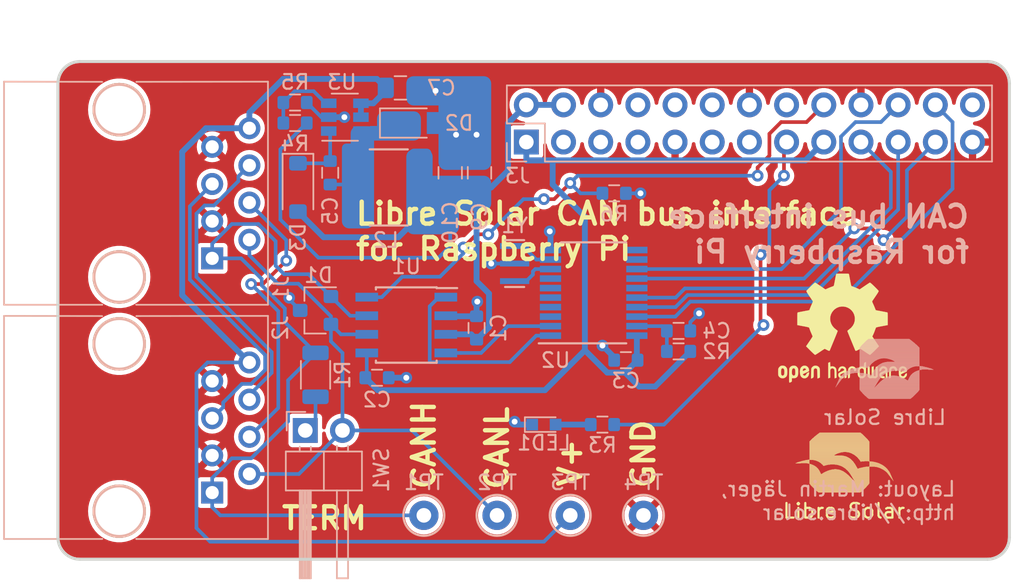
<source format=kicad_pcb>
(kicad_pcb (version 20221018) (generator pcbnew)
  (layers (0 "F.Cu" signal) (31 "B.Cu" signal) (34 "B.Paste" user) (35 "F.Paste" user) (36 "B.SilkS" user "B.Silkscreen") (37 "F.SilkS" user "F.Silkscreen") (38 "B.Mask" user) (39 "F.Mask" user) (44 "Edge.Cuts" user))
  (net 0 "")
  (net 1 "/CAN_H")
  (net 2 "/CAN_L")
  (net 3 "/CAN_V+")
  (net 4 "/CAN_SHLD")
  (net 5 "/RJ45_5")
  (net 6 "/RJ45_4")
  (net 7 "Net-(R1-Pad1)")
  (net 8 "Net-(J3-Pad3)")
  (net 9 "Net-(J3-Pad5)")
  (net 10 "Net-(J3-Pad7)")
  (net 11 "Net-(J3-Pad8)")
  (net 12 "Net-(J3-Pad26)")
  (net 13 "Net-(J3-Pad16)")
  (net 14 "Net-(J3-Pad13)")
  (net 15 "Net-(J3-Pad12)")
  (net 16 "Net-(J3-Pad11)")
  (net 17 "Net-(J3-Pad10)")
  (net 18 "GND")
  (net 19 "/SPI_CE0")
  (net 20 "/SPI_SCLK")
  (net 21 "/CAN_INT")
  (net 22 "/SPI_MISO")
  (net 23 "/SPI_MOSI")
  (net 24 "+3V3")
  (net 25 "/LED1")
  (net 26 "+5V")
  (net 27 "Net-(C5-Pad1)")
  (net 28 "Net-(R4-Pad2)")
  (net 29 "Net-(C5-Pad2)")
  (net 30 "/OSC1")
  (net 31 "/OSC2")
  (net 32 "Net-(LED1-Pad2)")
  (net 33 "Net-(C4-Pad1)")
  (net 34 "/RXCAN")
  (net 35 "/TXCAN")
  (net 36 "Net-(U2-Pad15)")
  (net 37 "/TX0BF")
  (net 38 "/RX1BF")
  (net 39 "/TX2RTS")
  (net 40 "Net-(U2-Pad6)")
  (net 41 "/TX1RTS")
  (net 42 "/TX0RTS")
  (net 43 "Net-(U2-Pad3)")
  (net 44 "/CAN_STB")
  (footprint "LibreSolar:LIBRESOLAR_LOGO" (layer "F.Cu") (at 181.4 94.4)
    (fp_text reference "N1" hide)
    (fp_text value "LIBRESOLAR_LOGO" hide)
    (fp_text user "Libre Solar" (at 2.3 1.3) (layer "F.SilkS"))
  )
  (footprint "Symbols:OSHW-Logo2_9.8x8mm_SilkScreen" (layer "F.Cu") (at 183.6 83.2)
    (fp_text reference "LOGO1" hide)
    (fp_text value "Logo_Open_Hardware" hide)
  )
  (footprint "LibreSolar:RJ45_8P8C" (layer "B.Cu") (at 138 90 90)
    (fp_text reference "J2" (at 6.8 7.2 270) (layer "B.SilkS") (effects (justify mirror)))
    (fp_text value "RJ45")
    (pad "" np_thru_hole circle (at -5.715 -3.81 90) (size 3.65 3.65) (drill 3.25) (layers "*.Cu" "*.SilkS" "*.Mask"))
    (pad "" np_thru_hole circle (at 5.715 -3.81 90) (size 3.65 3.65) (drill 3.25) (layers "*.Cu" "*.SilkS" "*.Mask"))
    (pad "1" thru_hole rect (at -4.445 2.54 90) (size 1.5 1.5) (drill 0.9) (layers "*.Cu" "*.Mask") (net 1 "/CAN_H"))
    (pad "2" thru_hole circle (at -3.175 5.08 90) (size 1.5 1.5) (drill 0.9) (layers "*.Cu" "*.Mask") (net 2 "/CAN_L"))
    (pad "3" thru_hole circle (at -1.905 2.54 90) (size 1.5 1.5) (drill 0.9) (layers "*.Cu" "*.Mask") (net 18 "GND"))
    (pad "4" thru_hole circle (at -0.635 5.08 90) (size 1.5 1.5) (drill 0.9) (layers "*.Cu" "*.Mask") (net 6 "/RJ45_4"))
    (pad "5" thru_hole circle (at 0.635 2.54 90) (size 1.5 1.5) (drill 0.9) (layers "*.Cu" "*.Mask") (net 5 "/RJ45_5"))
    (pad "6" thru_hole circle (at 1.905 5.08 90) (size 1.5 1.5) (drill 0.9) (layers "*.Cu" "*.Mask") (net 4 "/CAN_SHLD"))
    (pad "7" thru_hole circle (at 3.175 2.54 90) (size 1.5 1.5) (drill 0.9) (layers "*.Cu" "*.Mask") (net 18 "GND"))
    (pad "8" thru_hole circle (at 4.445 5.08 90) (size 1.5 1.5) (drill 0.9) (layers "*.Cu" "*.Mask") (net 3 "/CAN_V+"))
  )
  (footprint "LibreSolar:SOT-23-6" (layer "B.Cu") (at 149.6 68.8)
    (fp_text reference "U3" (at -0.2 -2.4) (layer "B.SilkS") (effects (justify mirror)))
    (fp_text value "MCP16301")
    (pad "1" smd rect (at -1.1 0.95) (size 1.06 0.65) (layers "B.Cu" "B.Paste" "B.Mask") (net 27 "Net-(C5-Pad1)"))
    (pad "2" smd rect (at -1.1 0) (size 1.06 0.65) (layers "B.Cu" "B.Paste" "B.Mask") (net 18 "GND"))
    (pad "3" smd rect (at -1.1 -0.95) (size 1.06 0.65) (layers "B.Cu" "B.Paste" "B.Mask") (net 28 "Net-(R4-Pad2)"))
    (pad "4" smd rect (at 1.1 -0.95) (size 1.06 0.65) (layers "B.Cu" "B.Paste" "B.Mask") (net 3 "/CAN_V+"))
    (pad "5" smd rect (at 1.1 0) (size 1.06 0.65) (layers "B.Cu" "B.Paste" "B.Mask") (net 3 "/CAN_V+"))
    (pad "6" smd rect (at 1.1 0.95) (size 1.06 0.65) (layers "B.Cu" "B.Paste" "B.Mask") (net 29 "Net-(C5-Pad2)"))
  )
  (footprint "LibreSolar:SOT-23" (layer "B.Cu") (at 147.6 82 180)
    (fp_text reference "D1" (at -0.2 2.4) (layer "B.SilkS") (effects (justify mirror)))
    (fp_text value "NUP2105L")
    (pad "1" smd roundrect (at -1.05 0.95 180) (size 1 0.9) (layers "B.Cu" "B.Paste" "B.Mask") (roundrect_rratio 0.2) (net 1 "/CAN_H"))
    (pad "2" smd roundrect (at -1.05 -0.95 180) (size 1 0.9) (layers "B.Cu" "B.Paste" "B.Mask") (roundrect_rratio 0.2) (net 2 "/CAN_L"))
    (pad "3" smd roundrect (at 1.05 0 180) (size 1 0.9) (layers "B.Cu" "B.Paste" "B.Mask") (roundrect_rratio 0.2) (net 18 "GND"))
  )
  (footprint "LibreSolar:R_0603_1608" (layer "B.Cu") (at 167.2 89.8)
    (fp_text reference "R3" (at 0 1.4) (layer "B.SilkS") (effects (justify mirror)))
    (fp_text value "470")
    (pad "1" smd roundrect (at -0.8 0) (size 0.8 0.9) (layers "B.Cu" "B.Paste" "B.Mask") (roundrect_rratio 0.2) (net 32 "Net-(LED1-Pad2)"))
    (pad "2" smd roundrect (at 0.8 0) (size 0.8 0.9) (layers "B.Cu" "B.Paste" "B.Mask") (roundrect_rratio 0.2) (net 25 "/LED1"))
  )
  (footprint "LibreSolar:C_0805_2012" (layer "B.Cu") (at 156.8 72.6 90)
    (fp_text reference "C10" (at -3.4 0 270) (layer "B.SilkS") (effects (justify mirror)))
    (fp_text value "10u")
    (pad "1" smd roundrect (at -1 0 90) (size 1.1 1.4) (layers "B.Cu" "B.Paste" "B.Mask") (roundrect_rratio 0.2) (net 26 "+5V"))
    (pad "2" smd roundrect (at 1 0 90) (size 1.1 1.4) (layers "B.Cu" "B.Paste" "B.Mask") (roundrect_rratio 0.2) (net 18 "GND"))
  )
  (footprint "LibreSolar:C_0805_2012" (layer "B.Cu") (at 158.8 72.6 90)
    (fp_text reference "C9" (at -3 0 270) (layer "B.SilkS") (effects (justify mirror)))
    (fp_text value "10u")
    (pad "1" smd roundrect (at -1 0 90) (size 1.1 1.4) (layers "B.Cu" "B.Paste" "B.Mask") (roundrect_rratio 0.2) (net 26 "+5V"))
    (pad "2" smd roundrect (at 1 0 90) (size 1.1 1.4) (layers "B.Cu" "B.Paste" "B.Mask") (roundrect_rratio 0.2) (net 18 "GND"))
  )
  (footprint "LibreSolar:C_0603_1608" (layer "B.Cu") (at 148.6 72.6 -90)
    (fp_text reference "C5" (at 2.6 0 270) (layer "B.SilkS") (effects (justify mirror)))
    (fp_text value "100n")
    (pad "1" smd roundrect (at -0.8 0 270) (size 0.8 0.9) (layers "B.Cu" "B.Paste" "B.Mask") (roundrect_rratio 0.2) (net 27 "Net-(C5-Pad1)"))
    (pad "2" smd roundrect (at 0.8 0 270) (size 0.8 0.9) (layers "B.Cu" "B.Paste" "B.Mask") (roundrect_rratio 0.2) (net 29 "Net-(C5-Pad2)"))
  )
  (footprint "LibreSolar:C_0603_1608" (layer "B.Cu") (at 151.8 86.6)
    (fp_text reference "C2" (at 0 1.5) (layer "B.SilkS") (effects (justify mirror)))
    (fp_text value "100n")
    (pad "1" smd roundrect (at -0.8 0) (size 0.8 0.9) (layers "B.Cu" "B.Paste" "B.Mask") (roundrect_rratio 0.2) (net 24 "+3V3"))
    (pad "2" smd roundrect (at 0.8 0) (size 0.8 0.9) (layers "B.Cu" "B.Paste" "B.Mask") (roundrect_rratio 0.2) (net 18 "GND"))
  )
  (footprint "LEDs:LED_0603" (layer "B.Cu") (at 163.2 89.8)
    (fp_text reference "LED1" (at 0 1.25) (layer "B.SilkS") (effects (justify mirror)))
    (fp_text value "LED")
    (pad "1" smd rect (at -0.8 0 180) (size 0.8 0.8) (layers "B.Cu" "B.Paste" "B.Mask") (net 18 "GND"))
    (pad "2" smd rect (at 0.8 0 180) (size 0.8 0.8) (layers "B.Cu" "B.Paste" "B.Mask") (net 32 "Net-(LED1-Pad2)"))
  )
  (footprint "Housings_SOIC:SOIC-8_3.9x4.9mm_Pitch1.27mm" (layer "B.Cu") (at 153.8 83 180)
    (fp_text reference "U1" (at 0 4) (layer "B.SilkS") (effects (justify mirror)))
    (fp_text value "TJA1042T/3")
    (pad "1" smd rect (at -2.7 1.905 180) (size 1.55 0.6) (layers "B.Cu" "B.Paste" "B.Mask") (net 35 "/TXCAN"))
    (pad "2" smd rect (at -2.7 0.635 180) (size 1.55 0.6) (layers "B.Cu" "B.Paste" "B.Mask") (net 18 "GND"))
    (pad "3" smd rect (at -2.7 -0.635 180) (size 1.55 0.6) (layers "B.Cu" "B.Paste" "B.Mask") (net 26 "+5V"))
    (pad "4" smd rect (at -2.7 -1.905 180) (size 1.55 0.6) (layers "B.Cu" "B.Paste" "B.Mask") (net 34 "/RXCAN"))
    (pad "5" smd rect (at 2.7 -1.905 180) (size 1.55 0.6) (layers "B.Cu" "B.Paste" "B.Mask") (net 24 "+3V3"))
    (pad "6" smd rect (at 2.7 -0.635 180) (size 1.55 0.6) (layers "B.Cu" "B.Paste" "B.Mask") (net 2 "/CAN_L"))
    (pad "7" smd rect (at 2.7 0.635 180) (size 1.55 0.6) (layers "B.Cu" "B.Paste" "B.Mask") (net 1 "/CAN_H"))
    (pad "8" smd rect (at 2.7 1.905 180) (size 1.55 0.6) (layers "B.Cu" "B.Paste" "B.Mask") (net 44 "/CAN_STB"))
  )
  (footprint "Diodes_SMD:D_PowerDI-123" (layer "B.Cu") (at 154.2 69.2)
    (fp_text reference "D2" (at 3.2 0) (layer "B.SilkS") (effects (justify mirror)))
    (fp_text value "SS16FP")
    (pad "1" smd rect (at -0.85 0 180) (size 2.4 1.5) (layers "B.Cu" "B.Paste" "B.Mask") (net 29 "Net-(C5-Pad2)"))
    (pad "2" smd rect (at 1.525 0 180) (size 1.05 1.5) (layers "B.Cu" "B.Paste" "B.Mask") (net 18 "GND"))
  )
  (footprint "Pin_Headers:Pin_Header_Angled_1x02_Pitch2.54mm" (layer "B.Cu") (at 146.9 90.2 -90)
    (fp_text reference "SW1" (at 2.7 -5.2 270) (layer "B.SilkS") (effects (justify mirror)))
    (fp_text value "SW_SPST")
    (pad "1" thru_hole rect (at 0 0 270) (size 1.7 1.7) (drill 1) (layers "*.Cu" "*.Mask") (net 7 "Net-(R1-Pad1)"))
    (pad "2" thru_hole oval (at 0 -2.54 270) (size 1.7 1.7) (drill 1) (layers "*.Cu" "*.Mask") (net 2 "/CAN_L"))
  )
  (footprint "LibreSolar:RJ45_8P8C" (layer "B.Cu") (at 138 74 90)
    (fp_text reference "J1" (at -6.5 7.25 270) (layer "B.SilkS") (effects (justify mirror)))
    (fp_text value "RJ45")
    (pad "" np_thru_hole circle (at -5.715 -3.81 90) (size 3.65 3.65) (drill 3.25) (layers "*.Cu" "*.SilkS" "*.Mask"))
    (pad "" np_thru_hole circle (at 5.715 -3.81 90) (size 3.65 3.65) (drill 3.25) (layers "*.Cu" "*.SilkS" "*.Mask"))
    (pad "1" thru_hole rect (at -4.445 2.54 90) (size 1.5 1.5) (drill 0.9) (layers "*.Cu" "*.Mask") (net 1 "/CAN_H"))
    (pad "2" thru_hole circle (at -3.175 5.08 90) (size 1.5 1.5) (drill 0.9) (layers "*.Cu" "*.Mask") (net 2 "/CAN_L"))
    (pad "3" thru_hole circle (at -1.905 2.54 90) (size 1.5 1.5) (drill 0.9) (layers "*.Cu" "*.Mask") (net 18 "GND"))
    (pad "4" thru_hole circle (at -0.635 5.08 90) (size 1.5 1.5) (drill 0.9) (layers "*.Cu" "*.Mask") (net 6 "/RJ45_4"))
    (pad "5" thru_hole circle (at 0.635 2.54 90) (size 1.5 1.5) (drill 0.9) (layers "*.Cu" "*.Mask") (net 5 "/RJ45_5"))
    (pad "6" thru_hole circle (at 1.905 5.08 90) (size 1.5 1.5) (drill 0.9) (layers "*.Cu" "*.Mask") (net 4 "/CAN_SHLD"))
    (pad "7" thru_hole circle (at 3.175 2.54 90) (size 1.5 1.5) (drill 0.9) (layers "*.Cu" "*.Mask") (net 18 "GND"))
    (pad "8" thru_hole circle (at 4.445 5.08 90) (size 1.5 1.5) (drill 0.9) (layers "*.Cu" "*.Mask") (net 3 "/CAN_V+"))
  )
  (footprint "LibreSolar:C_0603_1608" (layer "B.Cu") (at 172.4 83.4)
    (fp_text reference "C4" (at 2.6 0) (layer "B.SilkS") (effects (justify mirror)))
    (fp_text value "100n")
    (pad "1" smd roundrect (at -0.8 0) (size 0.8 0.9) (layers "B.Cu" "B.Paste" "B.Mask") (roundrect_rratio 0.2) (net 33 "Net-(C4-Pad1)"))
    (pad "2" smd roundrect (at 0.8 0) (size 0.8 0.9) (layers "B.Cu" "B.Paste" "B.Mask") (roundrect_rratio 0.2) (net 18 "GND"))
  )
  (footprint "Housings_SSOP:TSSOP-20_4.4x6.5mm_Pitch0.65mm" (layer "B.Cu") (at 166.6 80.8)
    (fp_text reference "U2" (at -2.6 4.6) (layer "B.SilkS") (effects (justify mirror)))
    (fp_text value "MCP2515-I/ST")
    (pad "1" smd rect (at -2.95 2.925) (size 1.45 0.45) (layers "B.Cu" "B.Paste" "B.Mask") (net 35 "/TXCAN"))
    (pad "2" smd rect (at -2.95 2.275) (size 1.45 0.45) (layers "B.Cu" "B.Paste" "B.Mask") (net 34 "/RXCAN"))
    (pad "3" smd rect (at -2.95 1.625) (size 1.45 0.45) (layers "B.Cu" "B.Paste" "B.Mask") (net 43 "Net-(U2-Pad3)"))
    (pad "4" smd rect (at -2.95 0.975) (size 1.45 0.45) (layers "B.Cu" "B.Paste" "B.Mask") (net 42 "/TX0RTS"))
    (pad "5" smd rect (at -2.95 0.325) (size 1.45 0.45) (layers "B.Cu" "B.Paste" "B.Mask") (net 41 "/TX1RTS"))
    (pad "6" smd rect (at -2.95 -0.325) (size 1.45 0.45) (layers "B.Cu" "B.Paste" "B.Mask") (net 40 "Net-(U2-Pad6)"))
    (pad "7" smd rect (at -2.95 -0.975) (size 1.45 0.45) (layers "B.Cu" "B.Paste" "B.Mask") (net 39 "/TX2RTS"))
    (pad "8" smd rect (at -2.95 -1.625) (size 1.45 0.45) (layers "B.Cu" "B.Paste" "B.Mask") (net 31 "/OSC2"))
    (pad "9" smd rect (at -2.95 -2.275) (size 1.45 0.45) (layers "B.Cu" "B.Paste" "B.Mask") (net 30 "/OSC1"))
    (pad "10" smd rect (at -2.95 -2.925) (size 1.45 0.45) (layers "B.Cu" "B.Paste" "B.Mask") (net 18 "GND"))
    (pad "11" smd rect (at 2.95 -2.925) (size 1.45 0.45) (layers "B.Cu" "B.Paste" "B.Mask") (net 38 "/RX1BF"))
    (pad "12" smd rect (at 2.95 -2.275) (size 1.45 0.45) (layers "B.Cu" "B.Paste" "B.Mask") (net 37 "/TX0BF"))
    (pad "13" smd rect (at 2.95 -1.625) (size 1.45 0.45) (layers "B.Cu" "B.Paste" "B.Mask") (net 21 "/CAN_INT"))
    (pad "14" smd rect (at 2.95 -0.975) (size 1.45 0.45) (layers "B.Cu" "B.Paste" "B.Mask") (net 20 "/SPI_SCLK"))
    (pad "15" smd rect (at 2.95 -0.325) (size 1.45 0.45) (layers "B.Cu" "B.Paste" "B.Mask") (net 36 "Net-(U2-Pad15)"))
    (pad "16" smd rect (at 2.95 0.325) (size 1.45 0.45) (layers "B.Cu" "B.Paste" "B.Mask") (net 23 "/SPI_MOSI"))
    (pad "17" smd rect (at 2.95 0.975) (size 1.45 0.45) (layers "B.Cu" "B.Paste" "B.Mask") (net 22 "/SPI_MISO"))
    (pad "18" smd rect (at 2.95 1.625) (size 1.45 0.45) (layers "B.Cu" "B.Paste" "B.Mask") (net 19 "/SPI_CE0"))
    (pad "19" smd rect (at 2.95 2.275) (size 1.45 0.45) (layers "B.Cu" "B.Paste" "B.Mask") (net 33 "Net-(C4-Pad1)"))
    (pad "20" smd rect (at 2.95 2.925) (size 1.45 0.45) (layers "B.Cu" "B.Paste" "B.Mask") (net 24 "+3V3"))
  )
  (footprint "LibreSolar:C_0805_2012" (layer "B.Cu") (at 153.4 66.8)
    (fp_text reference "C7" (at 2.8 0) (layer "B.SilkS") (effects (justify mirror)))
    (fp_text value "10u")
    (pad "1" smd roundrect (at -1 0) (size 1.1 1.4) (layers "B.Cu" "B.Paste" "B.Mask") (roundrect_rratio 0.2) (net 3 "/CAN_V+"))
    (pad "2" smd roundrect (at 1 0) (size 1.1 1.4) (layers "B.Cu" "B.Paste" "B.Mask") (roundrect_rratio 0.2) (net 18 "GND"))
  )
  (footprint "LibreSolar:D_SOD-123" (layer "B.Cu") (at 146.4 73.6 -90)
    (fp_text reference "D3" (at 3.4 0 270) (layer "B.SilkS") (effects (justify mirror)))
    (fp_text value "1N4148W")
    (pad "1" smd roundrect (at -1.65 0 270) (size 1 1.2) (layers "B.Cu" "B.Paste" "B.Mask") (roundrect_rratio 0.2) (net 27 "Net-(C5-Pad1)"))
    (pad "2" smd roundrect (at 1.65 0 270) (size 1 1.2) (layers "B.Cu" "B.Paste" "B.Mask") (roundrect_rratio 0.2) (net 26 "+5V"))
  )
  (footprint "LibreSolar:L_WE-TPC-4818" (layer "B.Cu") (at 152.6 73.6)
    (fp_text reference "L2" (at -0.2 3.6) (layer "B.SilkS") (effects (justify mirror)))
    (fp_text value "22uH")
    (pad "1" smd roundrect (at -2.16 0) (size 1.5 5.3) (layers "B.Cu" "B.Paste" "B.Mask") (roundrect_rratio 0.2) (net 29 "Net-(C5-Pad2)"))
    (pad "2" smd roundrect (at 2.16 0) (size 1.5 5.3) (layers "B.Cu" "B.Paste" "B.Mask") (roundrect_rratio 0.2) (net 26 "+5V"))
  )
  (footprint "LibreSolar:R_1206_3216" (layer "B.Cu") (at 147.6 86.4 90)
    (fp_text reference "R1" (at 0 1.85 270) (layer "B.SilkS") (effects (justify mirror)))
    (fp_text value "120")
    (pad "1" smd roundrect (at -1.5 0 90) (size 1 1.8) (layers "B.Cu" "B.Paste" "B.Mask") (roundrect_rratio 0.2) (net 7 "Net-(R1-Pad1)"))
    (pad "2" smd roundrect (at 1.5 0 90) (size 1 1.8) (layers "B.Cu" "B.Paste" "B.Mask") (roundrect_rratio 0.2) (net 1 "/CAN_H"))
  )
  (footprint "LibreSolar:R_0603_1608" (layer "B.Cu") (at 146.2 69.2 180)
    (fp_text reference "R4" (at 0 -1.4) (layer "B.SilkS") (effects (justify mirror)))
    (fp_text value "52.3k")
    (pad "1" smd roundrect (at -0.8 0 180) (size 0.8 0.9) (layers "B.Cu" "B.Paste" "B.Mask") (roundrect_rratio 0.2) (net 26 "+5V"))
    (pad "2" smd roundrect (at 0.8 0 180) (size 0.8 0.9) (layers "B.Cu" "B.Paste" "B.Mask") (roundrect_rratio 0.2) (net 28 "Net-(R4-Pad2)"))
  )
  (footprint "LibreSolar:R_0603_1608" (layer "B.Cu") (at 146.2 67.8)
    (fp_text reference "R5" (at 0 -1.4) (layer "B.SilkS") (effects (justify mirror)))
    (fp_text value "10k")
    (pad "1" smd roundrect (at -0.8 0) (size 0.8 0.9) (layers "B.Cu" "B.Paste" "B.Mask") (roundrect_rratio 0.2) (net 28 "Net-(R4-Pad2)"))
    (pad "2" smd roundrect (at 0.8 0) (size 0.8 0.9) (layers "B.Cu" "B.Paste" "B.Mask") (roundrect_rratio 0.2) (net 18 "GND"))
  )
  (footprint "LibreSolar:C_0603_1608" (layer "B.Cu") (at 168.8 85.4 180)
    (fp_text reference "C3" (at 0 -1.4) (layer "B.SilkS") (effects (justify mirror)))
    (fp_text value "100n")
    (pad "1" smd roundrect (at -0.8 0 180) (size 0.8 0.9) (layers "B.Cu" "B.Paste" "B.Mask") (roundrect_rratio 0.2) (net 24 "+3V3"))
    (pad "2" smd roundrect (at 0.8 0 180) (size 0.8 0.9) (layers "B.Cu" "B.Paste" "B.Mask") (roundrect_rratio 0.2) (net 18 "GND"))
  )
  (footprint "LibreSolar:C_0603_1608" (layer "B.Cu") (at 158.6 83.2 90)
    (fp_text reference "C1" (at 0 1.5 90) (layer "B.SilkS") (effects (justify mirror)))
    (fp_text value "100n")
    (pad "1" smd roundrect (at -0.8 0 90) (size 0.8 0.9) (layers "B.Cu" "B.Paste" "B.Mask") (roundrect_rratio 0.2) (net 26 "+5V"))
    (pad "2" smd roundrect (at 0.8 0 90) (size 0.8 0.9) (layers "B.Cu" "B.Paste" "B.Mask") (roundrect_rratio 0.2) (net 18 "GND"))
  )
  (footprint "LibreSolar:R_0603_1608" (layer "B.Cu") (at 172.4 84.8 180)
    (fp_text reference "R2" (at -2.6 0) (layer "B.SilkS") (effects (justify mirror)))
    (fp_text value "4.7k")
    (pad "1" smd roundrect (at -0.8 0 180) (size 0.8 0.9) (layers "B.Cu" "B.Paste" "B.Mask") (roundrect_rratio 0.2) (net 24 "+3V3"))
    (pad "2" smd roundrect (at 0.8 0 180) (size 0.8 0.9) (layers "B.Cu" "B.Paste" "B.Mask") (roundrect_rratio 0.2) (net 33 "Net-(C4-Pad1)"))
  )
  (footprint "LibreSolar:Resonator_Murata_CSTCE" (layer "B.Cu") (at 161.2 78.8 -90)
    (fp_text reference "Y1" (at -2.6 0) (layer "B.SilkS") (effects (justify mirror)))
    (fp_text value "8MHz")
    (pad "1" smd rect (at -1.2 0 270) (size 0.4 2) (layers "B.Cu" "B.Paste" "B.Mask") (net 30 "/OSC1"))
    (pad "2" smd rect (at 1.2 0 270) (size 0.4 2) (layers "B.Cu" "B.Paste" "B.Mask") (net 31 "/OSC2"))
    (pad "3" smd rect (at 0 0 270) (size 0.4 2) (layers "B.Cu" "B.Paste" "B.Mask") (net 18 "GND"))
  )
  (footprint "Measurement_Points:Test_Point_Keystone_5000-5004_Miniature" (layer "B.Cu") (at 155 96)
    (fp_text reference "TP1" (at 0 -2.25) (layer "B.SilkS") (effects (justify mirror)))
    (fp_text value "CANH")
    (pad "1" thru_hole circle (at 0 0) (size 2 2) (drill 1) (layers "*.Cu" "*.Mask") (net 1 "/CAN_H"))
  )
  (footprint "Measurement_Points:Test_Point_Keystone_5000-5004_Miniature" (layer "B.Cu") (at 160 96)
    (fp_text reference "TP2" (at 0 -2.25) (layer "B.SilkS") (effects (justify mirror)))
    (fp_text value "CANL")
    (pad "1" thru_hole circle (at 0 0) (size 2 2) (drill 1) (layers "*.Cu" "*.Mask") (net 2 "/CAN_L"))
  )
  (footprint "Measurement_Points:Test_Point_Keystone_5000-5004_Miniature" (layer "B.Cu") (at 165 96)
    (fp_text reference "TP3" (at 0 -2.25) (layer "B.SilkS") (effects (justify mirror)))
    (fp_text value "V+")
    (pad "1" thru_hole circle (at 0 0) (size 2 2) (drill 1) (layers "*.Cu" "*.Mask") (net 3 "/CAN_V+"))
  )
  (footprint "Measurement_Points:Test_Point_Keystone_5000-5004_Miniature" (layer "B.Cu") (at 170 96)
    (fp_text reference "TP4" (at 0 -2.25) (layer "B.SilkS") (effects (justify mirror)))
    (fp_text value "GND")
    (pad "1" thru_hole circle (at 0 0) (size 2 2) (drill 1) (layers "*.Cu" "*.Mask") (net 18 "GND"))
  )
  (footprint "LibreSolar:R_0603_1608" (layer "B.Cu") (at 168 74)
    (fp_text reference "R6" (at 0 1.4) (layer "B.SilkS") (effects (justify mirror)))
    (fp_text value "1M")
    (pad "1" smd roundrect (at -0.8 0) (size 0.8 0.9) (layers "B.Cu" "B.Paste" "B.Mask") (roundrect_rratio 0.2) (net 44 "/CAN_STB"))
    (pad "2" smd roundrect (at 0.8 0) (size 0.8 0.9) (layers "B.Cu" "B.Paste" "B.Mask") (roundrect_rratio 0.2) (net 18 "GND"))
  )
  (footprint "Socket_Strips:Socket_Strip_Straight_2x13_Pitch2.54mm" (layer "B.Cu") (at 162 70.5 -90)
    (fp_text reference "J3" (at 2.3 0.6) (layer "B.SilkS") (effects (justify mirror)))
    (fp_text value "Raspberry_Pi_HAT_26p")
    (pad "1" thru_hole rect (at 0 0 270) (size 1.7 1.7) (drill 1) (layers "*.Cu" "*.Mask") (net 24 "+3V3"))
    (pad "2" thru_hole oval (at -2.54 0 270) (size 1.7 1.7) (drill 1) (layers "*.Cu" "*.Mask") (net 26 "+5V"))
    (pad "3" thru_hole oval (at 0 -2.54 270) (size 1.7 1.7) (drill 1) (layers "*.Cu" "*.Mask") (net 8 "Net-(J3-Pad3)"))
    (pad "4" thru_hole oval (at -2.54 -2.54 270) (size 1.7 1.7) (drill 1) (layers "*.Cu" "*.Mask") (net 26 "+5V"))
    (pad "5" thru_hole oval (at 0 -5.08 270) (size 1.7 1.7) (drill 1) (layers "*.Cu" "*.Mask") (net 9 "Net-(J3-Pad5)"))
    (pad "6" thru_hole oval (at -2.54 -5.08 270) (size 1.7 1.7) (drill 1) (layers "*.Cu" "*.Mask") (net 18 "GND"))
    (pad "7" thru_hole oval (at 0 -7.62 270) (size 1.7 1.7) (drill 1) (layers "*.Cu" "*.Mask") (net 10 "Net-(J3-Pad7)"))
    (pad "8" thru_hole oval (at -2.54 -7.62 270) (size 1.7 1.7) (drill 1) (layers "*.Cu" "*.Mask") (net 11 "Net-(J3-Pad8)"))
    (pad "9" thru_hole oval (at 0 -10.16 270) (size 1.7 1.7) (drill 1) (layers "*.Cu" "*.Mask") (net 18 "GND"))
    (pad "10" thru_hole oval (at -2.54 -10.16 270) (size 1.7 1.7) (drill 1) (layers "*.Cu" "*.Mask") (net 17 "Net-(J3-Pad10)"))
    (pad "11" thru_hole oval (at 0 -12.7 270) (size 1.7 1.7) (drill 1) (layers "*.Cu" "*.Mask") (net 16 "Net-(J3-Pad11)"))
    (pad "12" thru_hole oval (at -2.54 -12.7 270) (size 1.7 1.7) (drill 1) (layers "*.Cu" "*.Mask") (net 15 "Net-(J3-Pad12)"))
    (pad "13" thru_hole oval (at 0 -15.24 270) (size 1.7 1.7) (drill 1) (layers "*.Cu" "*.Mask") (net 14 "Net-(J3-Pad13)"))
    (pad "14" thru_hole oval (at -2.54 -15.24 270) (size 1.7 1.7) (drill 1) (layers "*.Cu" "*.Mask") (net 18 "GND"))
    (pad "15" thru_hole oval (at 0 -17.78 270) (size 1.7 1.7) (drill 1) (layers "*.Cu" "*.Mask") (net 25 "/LED1"))
    (pad "16" thru_hole oval (at -2.54 -17.78 270) (size 1.7 1.7) (drill 1) (layers "*.Cu" "*.Mask") (net 13 "Net-(J3-Pad16)"))
    (pad "17" thru_hole oval (at 0 -20.32 270) (size 1.7 1.7) (drill 1) (layers "*.Cu" "*.Mask") (net 24 "+3V3"))
    (pad "18" thru_hole oval (at -2.54 -20.32 270) (size 1.7 1.7) (drill 1) (layers "*.Cu" "*.Mask") (net 44 "/CAN_STB"))
    (pad "19" thru_hole oval (at 0 -22.86 270) (size 1.7 1.7) (drill 1) (layers "*.Cu" "*.Mask") (net 23 "/SPI_MOSI"))
    (pad "20" thru_hole oval (at -2.54 -22.86 270) (size 1.7 1.7) (drill 1) (layers "*.Cu" "*.Mask") (net 18 "GND"))
    (pad "21" thru_hole oval (at 0 -25.4 270) (size 1.7 1.7) (drill 1) (layers "*.Cu" "*.Mask") (net 22 "/SPI_MISO"))
    (pad "22" thru_hole oval (at -2.54 -25.4 270) (size 1.7 1.7) (drill 1) (layers "*.Cu" "*.Mask") (net 21 "/CAN_INT"))
    (pad "23" thru_hole oval (at 0 -27.94 270) (size 1.7 1.7) (drill 1) (layers "*.Cu" "*.Mask") (net 20 "/SPI_SCLK"))
    (pad "24" thru_hole oval (at -2.54 -27.94 270) (size 1.7 1.7) (drill 1) (layers "*.Cu" "*.Mask") (net 19 "/SPI_CE0"))
    (pad "25" thru_hole oval (at 0 -30.48 270) (size 1.7 1.7) (drill 1) (layers "*.Cu" "*.Mask") (net 18 "GND"))
    (pad "26" thru_hole oval (at -2.54 -30.48 270) (size 1.7 1.7) (drill 1) (layers "*.Cu" "*.Mask") (net 12 "Net-(J3-Pad26)"))
  )
  (footprint "LibreSolar:LIBRESOLAR_LOGO" (layer "B.Cu") (at 188.8 88 180)
    (fp_text reference "N1" hide)
    (fp_text value "LIBRESOLAR_LOGO" hide)
    (fp_text user "Libre Solar" (at 2.3 -1.3) (layer "B.SilkS") (effects (justify mirror)))
  )
  (gr_line (start 193.5 99) (end 131.5 99) (stroke (width 0.2)) (layer "Edge.Cuts"))
  (gr_arc (start 131.5 99) (mid 130.43934 98.56066) (end 130 97.5) (stroke (width 0.2)) (layer "Edge.Cuts"))
  (gr_arc (start 130 66.5) (mid 130.43934 65.43934) (end 131.5 65) (stroke (width 0.2)) (layer "Edge.Cuts"))
  (gr_line (start 195 66.5) (end 195 97.5) (stroke (width 0.2)) (layer "Edge.Cuts"))
  (gr_line (start 131.5 65) (end 193.5 65) (stroke (width 0.2)) (layer "Edge.Cuts"))
  (gr_line (start 130 97.5) (end 130 66.5) (stroke (width 0.2)) (layer "Edge.Cuts"))
  (gr_arc (start 195 97.5) (mid 194.56066 98.56066) (end 193.5 99) (stroke (width 0.2)) (layer "Edge.Cuts"))
  (gr_arc (start 193.5 65) (mid 194.56066 65.43934) (end 195 66.5) (stroke (width 0.2)) (layer "Edge.Cuts"))
  (gr_text "CAN bus interface\nfor Raspberry Pi" (at 192.4 76.8) (layer "B.SilkS") (effects (font (size 1.5 1.5) (thickness 0.3)) (justify left mirror)))
  (gr_text "Layout: Martin Jäger,\nhttp://libre.solar" (at 191.4 95) (layer "B.SilkS") (effects (font (size 1 1)) (justify left mirror)))
  (gr_text "V+" (at 165 92.4 90) (layer "F.SilkS") (effects (font (size 1.5 1.5) (thickness 0.3))))
  (gr_text "GND" (at 170 91.8 90) (layer "F.SilkS") (effects (font (size 1.5 1.5) (thickness 0.3))))
  (gr_text "Libre Solar CAN bus interface \nfor Raspberry Pi" (at 150.2 76.6) (layer "F.SilkS") (effects (font (size 1.5 1.5) (thickness 0.3)) (justify left)))
  (gr_text "TERM" (at 148.2 96.2) (layer "F.SilkS") (effects (font (size 1.5 1.5) (thickness 0.3))))
  (gr_text "CANH" (at 155 91.2 90) (layer "F.SilkS") (effects (font (size 1.5 1.5) (thickness 0.3))))
  (gr_text "CANL" (at 160 91.4 90) (layer "F.SilkS") (effects (font (size 1.5 1.5) (thickness 0.3))))
  (segment (start 143.925002 80.288592) (end 143.925002 79.851998) (width 0.25) (layer "B.Cu") (net 1))
  (segment (start 140.54 95.445) (end 140.54 94.445) (width 0.25) (layer "B.Cu") (net 1))
  (segment (start 149.965 82.365) (end 148.65 81.05) (width 0.25) (layer "B.Cu") (net 1))
  (segment (start 145.451999 79.525001) (end 144.874999 78.948001) (width 0.25) (layer "B.Cu") (net 1))
  (segment (start 151.1 82.365) (end 149.965 82.365) (width 0.25) (layer "B.Cu") (net 1))
  (segment (start 140.54 93.445) (end 140.54 94.445) (width 0.25) (layer "B.Cu") (net 1))
  (segment (start 141.095 96) (end 140.54 95.445) (width 0.25) (layer "B.Cu") (net 1))
  (segment (start 142.518004 78.445) (end 141.54 78.445) (width 0.25) (layer "B.Cu") (net 1))
  (segment (start 144.874999 77.274999) (end 143.699999 76.099999) (width 0.25) (layer "B.Cu") (net 1))
  (segment (start 147.125001 79.525001) (end 145.451999 79.525001) (width 0.25) (layer "B.Cu") (net 1))
  (segment (start 141.885001 92.099999) (end 140.54 93.445) (width 0.25) (layer "B.Cu") (net 1))
  (segment (start 144.874999 78.948001) (end 144.874999 77.274999) (width 0.25) (layer "B.Cu") (net 1))
  (segment (start 141.885001 76.099999) (end 140.54 77.445) (width 0.25) (layer "B.Cu") (net 1))
  (segment (start 141.54 78.445) (end 140.54 78.445) (width 0.25) (layer "B.Cu") (net 1))
  (segment (start 145.724999 86.775001) (end 145.724999 89.581003) (width 0.25) (layer "B.Cu") (net 1))
  (segment (start 148.65 81.05) (end 147.125001 79.525001) (width 0.25) (layer "B.Cu") (net 1))
  (segment (start 145.505031 81.86862) (end 143.925002 80.288592) (width 0.25) (layer "B.Cu") (net 1))
  (segment (start 143.699999 76.099999) (end 141.885001 76.099999) (width 0.25) (layer "B.Cu") (net 1))
  (segment (start 145.505031 82.805031) (end 145.505031 81.86862) (width 0.25) (layer "B.Cu") (net 1))
  (segment (start 143.206003 92.099999) (end 141.885001 92.099999) (width 0.25) (layer "B.Cu") (net 1))
  (segment (start 140.54 77.445) (end 140.54 78.445) (width 0.25) (layer "B.Cu") (net 1))
  (segment (start 143.925002 79.851998) (end 142.518004 78.445) (width 0.25) (layer "B.Cu") (net 1))
  (segment (start 147.6 84.9) (end 145.505031 82.805031) (width 0.25) (layer "B.Cu") (net 1))
  (segment (start 145.724999 89.581003) (end 143.206003 92.099999) (width 0.25) (layer "B.Cu") (net 1))
  (segment (start 147.6 84.9) (end 145.724999 86.775001) (width 0.25) (layer "B.Cu") (net 1))
  (segment (start 155 96) (end 141.095 96) (width 0.25) (layer "B.Cu") (net 1))
  (segment (start 154.2 90.2) (end 149.44 90.2) (width 0.25) (layer "B.Cu") (net 2))
  (segment (start 149.335 83.635) (end 148.65 82.95) (width 0.25) (layer "B.Cu") (net 2))
  (segment (start 146.425014 80.175014) (end 145.019354 80.175014) (width 0.25) (layer "B.Cu") (net 2))
  (segment (start 149.44 88.997919) (end 149.44 90.2) (width 0.25) (layer "B.Cu") (net 2))
  (segment (start 149.44 90.2) (end 146.465 93.175) (width 0.25) (layer "B.Cu") (net 2))
  (segment (start 143.175 77.175) (end 143.08 77.175) (width 0.25) (layer "B.Cu") (net 2))
  (segment (start 160 96) (end 154.2 90.2) (width 0.25) (layer "B.Cu") (net 2))
  (segment (start 148.65 82.4) (end 146.425014 80.175014) (width 0.25) (layer "B.Cu") (net 2))
  (segment (start 146.465 93.175) (end 143.08 93.175) (width 0.25) (layer "B.Cu") (net 2))
  (segment (start 145.019354 80.175014) (end 143.08 78.23566) (width 0.25) (layer "B.Cu") (net 2))
  (segment (start 148.65 84.115002) (end 149.44 84.905002) (width 0.25) (layer "B.Cu") (net 2))
  (segment (start 149.44 84.905002) (end 149.44 88.997919) (width 0.25) (layer "B.Cu") (net 2))
  (segment (start 143.08 78.23566) (end 143.08 77.175) (width 0.25) (layer "B.Cu") (net 2))
  (segment (start 148.65 82.95) (end 148.65 84.115002) (width 0.25) (layer "B.Cu") (net 2))
  (segment (start 151.1 83.635) (end 149.335 83.635) (width 0.25) (layer "B.Cu") (net 2))
  (segment (start 148.65 82.95) (end 148.65 82.4) (width 0.25) (layer "B.Cu") (net 2))
  (segment (start 138.489977 71.173021) (end 140.107998 69.555) (width 0.4) (layer "B.Cu") (net 3))
  (segment (start 151.788095 66.188095) (end 152.4 66.8) (width 0.4) (layer "B.Cu") (net 3))
  (segment (start 152.4 66.8) (end 152.4 67) (width 0.4) (layer "B.Cu") (net 3))
  (segment (start 163.2 97.8) (end 140.4 97.8) (width 0.25) (layer "B.Cu") (net 3))
  (segment (start 140.4 97.8) (end 139.464999 96.864999) (width 0.25) (layer "B.Cu") (net 3))
  (segment (start 143.08 68.49434) (end 145.386245 66.188095) (width 0.4) (layer "B.Cu") (net 3))
  (segment (start 150.7 67.85) (end 150.7 68.8) (width 0.4) (layer "B.Cu") (net 3))
  (segment (start 165 96) (end 163.2 97.8) (width 0.25) (layer "B.Cu") (net 3))
  (segment (start 139.464999 86.308999) (end 140.218998 85.555) (width 0.25) (layer "B.Cu") (net 3))
  (segment (start 140.107998 69.555) (end 142.01934 69.555) (width 0.4) (layer "B.Cu") (net 3))
  (segment (start 142.01934 85.555) (end 143.08 85.555) (width 0.25) (layer "B.Cu") (net 3))
  (segment (start 151.55 67.85) (end 150.7 67.85) (width 0.4) (layer "B.Cu") (net 3))
  (segment (start 152.4 67) (end 151.55 67.85) (width 0.4) (layer "B.Cu") (net 3))
  (segment (start 140.218998 85.555) (end 142.01934 85.555) (width 0.25) (layer "B.Cu") (net 3))
  (segment (start 143.08 69.555) (end 143.08 68.49434) (width 0.4) (layer "B.Cu") (net 3))
  (segment (start 142.01934 69.555) (end 143.08 69.555) (width 0.4) (layer "B.Cu") (net 3))
  (segment (start 143.08 85.555) (end 138.489977 80.964977) (width 0.4) (layer "B.Cu") (net 3))
  (segment (start 139.464999 96.864999) (end 139.464999 86.308999) (width 0.25) (layer "B.Cu") (net 3))
  (segment (start 138.489977 80.964977) (end 138.489977 71.173021) (width 0.4) (layer "B.Cu") (net 3))
  (segment (start 145.386245 66.188095) (end 151.788095 66.188095) (width 0.4) (layer "B.Cu") (net 3))
  (segment (start 144.605011 84.852599) (end 144.60501 86.257402) (width 0.25) (layer "B.Cu") (net 4))
  (segment (start 140.023999 74.829999) (end 139.464999 75.388999) (width 0.25) (layer "B.Cu") (net 4))
  (segment (start 139.464999 79.712587) (end 144.605011 84.852599) (width 0.25) (layer "B.Cu") (net 4))
  (segment (start 139.464999 75.388999) (end 139.464999 79.712587) (width 0.25) (layer "B.Cu") (net 4))
  (segment (start 142.330001 73.166001) (end 140.666003 74.829999) (width 0.25) (layer "B.Cu") (net 4))
  (segment (start 143.08 87.782412) (end 143.08 88.095) (width 0.25) (layer "B.Cu") (net 4))
  (segment (start 144.60501 86.257402) (end 143.08 87.782412) (width 0.25) (layer "B.Cu") (net 4))
  (segment (start 143.08 72.095) (end 142.330001 72.844999) (width 0.25) (layer "B.Cu") (net 4))
  (segment (start 142.330001 72.844999) (end 142.330001 73.166001) (width 0.25) (layer "B.Cu") (net 4))
  (segment (start 140.666003 74.829999) (end 140.023999 74.829999) (width 0.25) (layer "B.Cu") (net 4))
  (segment (start 144.155001 86.071001) (end 143.206003 87.019999) (width 0.25) (layer "B.Cu") (net 5))
  (segment (start 143.206003 87.019999) (end 142.563999 87.019999) (width 0.25) (layer "B.Cu") (net 5))
  (segment (start 144.155001 85.038999) (end 144.155001 86.071001) (width 0.25) (layer "B.Cu") (net 5))
  (segment (start 139.014988 74.890012) (end 139.014988 79.898986) (width 0.25) (layer "B.Cu") (net 5))
  (segment (start 141.289999 88.615001) (end 140.54 89.365) (width 0.25) (layer "B.Cu") (net 5))
  (segment (start 139.014988 79.898986) (end 144.155001 85.038999) (width 0.25) (layer "B.Cu") (net 5))
  (segment (start 142.563999 87.019999) (end 141.289999 88.293999) (width 0.25) (layer "B.Cu") (net 5))
  (segment (start 140.54 73.365) (end 139.014988 74.890012) (width 0.25) (layer "B.Cu") (net 5))
  (segment (start 141.289999 88.293999) (end 141.289999 88.615001) (width 0.25) (layer "B.Cu") (net 5))
  (segment (start 143.2 80.2) (end 144 80.2) (width 0.25) (layer "F.Cu") (net 6))
  (segment (start 145.200001 78.999999) (end 145.6 78.6) (width 0.25) (layer "F.Cu") (net 6))
  (segment (start 144 80.2) (end 145.200001 78.999999) (width 0.25) (layer "F.Cu") (net 6))
  (via (at 145.6 78.6) (size 0.8) (drill 0.4) (layers "F.Cu" "B.Cu") (net 6))
  (via (at 143.2 80.2) (size 0.8) (drill 0.4) (layers "F.Cu" "B.Cu") (net 6))
  (segment (start 143.08 90.635) (end 145.05502 88.65998) (width 0.25) (layer "B.Cu") (net 6))
  (segment (start 145.6 78.034315) (end 145.6 78.6) (width 0.25) (layer "B.Cu") (net 6))
  (segment (start 145.6 77.2) (end 145.6 78.034315) (width 0.25) (layer "B.Cu") (net 6))
  (segment (start 145.05502 88.65998) (end 145.05502 82.05502) (width 0.25) (layer "B.Cu") (net 6))
  (segment (start 145.05502 82.05502) (end 143.2 80.2) (width 0.25) (layer "B.Cu") (net 6))
  (segment (start 143.08 74.635) (end 143.08 74.68) (width 0.25) (layer "B.Cu") (net 6))
  (segment (start 143.08 74.68) (end 145.6 77.2) (width 0.25) (layer "B.Cu") (net 6))
  (segment (start 147.6 89.5) (end 146.9 90.2) (width 0.25) (layer "B.Cu") (net 7))
  (segment (start 147.6 87.9) (end 147.6 89.5) (width 0.25) (layer "B.Cu") (net 7))
  (via (at 157.2 70) (size 0.8) (drill 0.4) (layers "F.Cu" "B.Cu") (net 18))
  (via (at 158.6 70) (size 0.8) (drill 0.4) (layers "F.Cu" "B.Cu") (net 18))
  (via (at 169.8 74) (size 0.8) (drill 0.4) (layers "F.Cu" "B.Cu") (net 18))
  (via (at 153.8 86.6) (size 0.8) (drill 0.4) (layers "F.Cu" "B.Cu") (net 18))
  (via (at 158.65 81.4) (size 0.8) (drill 0.4) (layers "F.Cu" "B.Cu") (net 18))
  (via (at 155.8 67) (size 0.8) (drill 0.4) (layers "F.Cu" "B.Cu") (net 18))
  (via (at 159.60001 78.8) (size 0.8) (drill 0.4) (layers "F.Cu" "B.Cu") (net 18))
  (via (at 149.569998 68.8) (size 0.8) (drill 0.4) (layers "F.Cu" "B.Cu") (net 18))
  (via (at 173.8 82.2) (size 0.8) (drill 0.4) (layers "F.Cu" "B.Cu") (net 18))
  (via (at 145.800875 81.139144) (size 0.8) (drill 0.4) (layers "F.Cu" "B.Cu") (net 18))
  (via (at 167.2 84.4) (size 0.8) (drill 0.4) (layers "F.Cu" "B.Cu") (net 18))
  (via (at 161.2 89.6) (size 0.8) (drill 0.4) (layers "F.Cu" "B.Cu") (net 18))
  (via (at 163.6 76.6) (size 0.8) (drill 0.4) (layers "F.Cu" "B.Cu") (net 18))
  (segment (start 168.8 74) (end 169.8 74) (width 0.25) (layer "B.Cu") (net 18))
  (segment (start 173.2 82.8) (end 173.8 82.2) (width 0.25) (layer "B.Cu") (net 18))
  (segment (start 152.6 86.6) (end 153.8 86.6) (width 0.4) (layer "B.Cu") (net 18))
  (segment (start 145.800875 81.250875) (end 145.800875 81.139144) (width 0.25) (layer "B.Cu") (net 18))
  (segment (start 163.65 77.875) (end 163.65 76.65) (width 0.4) (layer "B.Cu") (net 18))
  (segment (start 158.6 82.4) (end 158.6 81.45) (width 0.4) (layer "B.Cu") (net 18))
  (segment (start 146.55 82) (end 145.800875 81.250875) (width 0.25) (layer "B.Cu") (net 18))
  (segment (start 168 85.2) (end 167.2 84.4) (width 0.4) (layer "B.Cu") (net 18))
  (segment (start 158.6 82.4) (end 156.535 82.4) (width 0.4) (layer "B.Cu") (net 18))
  (segment (start 147 67.8) (end 148 68.8) (width 0.25) (layer "B.Cu") (net 18))
  (segment (start 148.5 68.8) (end 149.569998 68.8) (width 0.4) (layer "B.Cu") (net 18))
  (segment (start 162.4 89.8) (end 161.4 89.8) (width 0.4) (layer "B.Cu") (net 18))
  (segment (start 148 68.8) (end 148.5 68.8) (width 0.25) (layer "B.Cu") (net 18))
  (segment (start 156.4 69.2) (end 157.2 70) (width 0.4) (layer "B.Cu") (net 18))
  (segment (start 161.4 89.8) (end 161.2 89.6) (width 0.4) (layer "B.Cu") (net 18))
  (segment (start 163.65 76.65) (end 163.6 76.6) (width 0.4) (layer "B.Cu") (net 18))
  (segment (start 173.2 83.4) (end 173.2 82.8) (width 0.25) (layer "B.Cu") (net 18))
  (segment (start 168 85.4) (end 168 85.2) (width 0.4) (layer "B.Cu") (net 18))
  (segment (start 158.6 81.45) (end 158.65 81.4) (width 0.4) (layer "B.Cu") (net 18))
  (segment (start 156.535 82.4) (end 156.5 82.365) (width 0.4) (layer "B.Cu") (net 18))
  (segment (start 155.725 69.2) (end 156.4 69.2) (width 0.4) (layer "B.Cu") (net 18))
  (segment (start 161.2 78.8) (end 159.60001 78.8) (width 0.25) (layer "B.Cu") (net 18))
  (segment (start 190.789999 68.809999) (end 189.94 67.96) (width 0.25) (layer "B.Cu") (net 19))
  (segment (start 191.115001 69.135001) (end 190.789999 68.809999) (width 0.25) (layer "B.Cu") (net 19))
  (segment (start 172.175 82.425) (end 173.2 81.4) (width 0.25) (layer "B.Cu") (net 19))
  (segment (start 191.115001 73.684999) (end 191.115001 69.135001) (width 0.25) (layer "B.Cu") (net 19))
  (segment (start 183.4 81.4) (end 191.115001 73.684999) (width 0.25) (layer "B.Cu") (net 19))
  (segment (start 169.55 82.425) (end 172.175 82.425) (width 0.25) (layer "B.Cu") (net 19))
  (segment (start 173.2 81.4) (end 183.4 81.4) (width 0.25) (layer "B.Cu") (net 19))
  (segment (start 185.6 76.4) (end 186.000001 76.800001) (width 0.25) (layer "F.Cu") (net 20))
  (segment (start 186.000001 76.800001) (end 186.4 77.2) (width 0.25) (layer "F.Cu") (net 20))
  (segment (start 184.4 76.4) (end 185.6 76.4) (width 0.25) (layer "F.Cu") (net 20))
  (via (at 186.4 77.2) (size 0.8) (drill 0.4) (layers "F.Cu" "B.Cu") (net 20))
  (via (at 184.4 76.4) (size 0.8) (drill 0.4) (layers "F.Cu" "B.Cu") (net 20))
  (segment (start 188 75.6) (end 186.799999 76.800001) (width 0.25) (layer "B.Cu") (net 20))
  (segment (start 169.55 79.825) (end 180.975 79.825) (width 0.25) (layer "B.Cu") (net 20))
  (segment (start 186.799999 76.800001) (end 186.4 77.2) (width 0.25) (layer "B.Cu") (net 20))
  (segment (start 180.975 79.825) (end 184.4 76.4) (width 0.25) (layer "B.Cu") (net 20))
  (segment (start 188 72.44) (end 188 75.6) (width 0.25) (layer "B.Cu") (net 20))
  (segment (start 189.94 70.5) (end 188 72.44) (width 0.25) (layer "B.Cu") (net 20))
  (segment (start 186.224999 69.135001) (end 184.485997 69.135001) (width 0.25) (layer "B.Cu") (net 21))
  (segment (start 184.485997 69.135001) (end 183.495001 70.125997) (width 0.25) (layer "B.Cu") (net 21))
  (segment (start 183.495001 70.125997) (end 183.495001 75.104999) (width 0.25) (layer "B.Cu") (net 21))
  (segment (start 187.4 67.96) (end 186.224999 69.135001) (width 0.25) (layer "B.Cu") (net 21))
  (segment (start 179.425 79.175) (end 169.55 79.175) (width 0.25) (layer "B.Cu") (net 21))
  (segment (start 183.495001 75.104999) (end 179.425 79.175) (width 0.25) (layer "B.Cu") (net 21))
  (segment (start 181.559426 80.949989) (end 187.4 75.109415) (width 0.25) (layer "B.Cu") (net 22))
  (segment (start 173.0136 80.949989) (end 181.559426 80.949989) (width 0.25) (layer "B.Cu") (net 22))
  (segment (start 169.55 81.775) (end 172.188589 81.775) (width 0.25) (layer "B.Cu") (net 22))
  (segment (start 187.4 75.109415) (end 187.4 71.702081) (width 0.25) (layer "B.Cu") (net 22))
  (segment (start 172.188589 81.775) (end 173.0136 80.949989) (width 0.25) (layer "B.Cu") (net 22))
  (segment (start 187.4 71.702081) (end 187.4 70.5) (width 0.25) (layer "B.Cu") (net 22))
  (segment (start 185.709999 71.349999) (end 184.86 70.5) (width 0.25) (layer "B.Cu") (net 23))
  (segment (start 186.9 74.973004) (end 186.9 72.54) (width 0.25) (layer "B.Cu") (net 23))
  (segment (start 169.55 81.125) (end 172.202178 81.125) (width 0.25) (layer "B.Cu") (net 23))
  (segment (start 172.202178 81.125) (end 172.8272 80.499978) (width 0.25) (layer "B.Cu") (net 23))
  (segment (start 172.8272 80.499978) (end 181.373026 80.499978) (width 0.25) (layer "B.Cu") (net 23))
  (segment (start 181.373026 80.499978) (end 186.9 74.973004) (width 0.25) (layer "B.Cu") (net 23))
  (segment (start 186.9 72.54) (end 185.709999 71.349999) (width 0.25) (layer "B.Cu") (net 23))
  (segment (start 151.1 84.905) (end 151.1 86.5) (width 0.25) (layer "B.Cu") (net 24))
  (segment (start 167.528034 86.25001) (end 168.74999 86.25001) (width 0.4) (layer "B.Cu") (net 24))
  (segment (start 168.74999 86.25001) (end 169.69998 87.2) (width 0.4) (layer "B.Cu") (net 24))
  (segment (start 166 75.6) (end 163.8 73.4) (width 0.4) (layer "B.Cu") (net 24))
  (segment (start 181.069999 71.750001) (end 162 71.75) (width 0.4) (layer "B.Cu") (net 24))
  (segment (start 166 84.721976) (end 167.528034 86.25001) (width 0.4) (layer "B.Cu") (net 24))
  (segment (start 169.55 85.35) (end 169.6 85.4) (width 0.4) (layer "B.Cu") (net 24))
  (segment (start 166 84.721976) (end 166 75.6) (width 0.4) (layer "B.Cu") (net 24))
  (segment (start 170.8 87.2) (end 173.2 84.8) (width 0.4) (layer "B.Cu") (net 24))
  (segment (start 151.85001 87.45001) (end 163.271966 87.45001) (width 0.4) (layer "B.Cu") (net 24))
  (segment (start 169.154061 85.845939) (end 169.6 85.4) (width 0.4) (layer "B.Cu") (net 24))
  (segment (start 163.271966 87.45001) (end 166 84.721976) (width 0.4) (layer "B.Cu") (net 24))
  (segment (start 182.32 70.5) (end 181.069999 71.750001) (width 0.4) (layer "B.Cu") (net 24))
  (segment (start 169.55 83.725) (end 169.55 85.35) (width 0.4) (layer "B.Cu") (net 24))
  (segment (start 151.1 86.5) (end 151 86.6) (width 0.25) (layer "B.Cu") (net 24))
  (segment (start 169.69998 87.2) (end 170.8 87.2) (width 0.4) (layer "B.Cu") (net 24))
  (segment (start 163.75 71.75) (end 162 71.75) (width 0.4) (layer "B.Cu") (net 24))
  (segment (start 163.8 71.8) (end 163.75 71.75) (width 0.4) (layer "B.Cu") (net 24))
  (segment (start 151 86.6) (end 151.85001 87.45001) (width 0.4) (layer "B.Cu") (net 24))
  (segment (start 168.74999 86.25001) (end 169.154061 85.845939) (width 0.4) (layer "B.Cu") (net 24))
  (segment (start 163.8 73.4) (end 163.8 71.8) (width 0.4) (layer "B.Cu") (net 24))
  (segment (start 162 71.75) (end 162 70.5) (width 0.4) (layer "B.Cu") (net 24))
  (segment (start 179.6 70.68) (end 179.78 70.5) (width 0.25) (layer "F.Cu") (net 25))
  (segment (start 179.6 72.8) (end 179.6 70.68) (width 0.25) (layer "F.Cu") (net 25))
  (segment (start 178 82.8) (end 178.2 83) (width 0.25) (layer "F.Cu") (net 25))
  (segment (start 178 78.2) (end 178 82.8) (width 0.25) (layer "F.Cu") (net 25))
  (via (at 178.2 83) (size 0.8) (drill 0.4) (layers "F.Cu" "B.Cu") (net 25))
  (via (at 179.6 72.8) (size 0.8) (drill 0.4) (layers "F.Cu" "B.Cu") (net 25))
  (via (at 178 78.2) (size 0.8) (drill 0.4) (layers "F.Cu" "B.Cu") (net 25))
  (segment (start 178.604999 73.795001) (end 179.6 72.8) (width 0.25) (layer "B.Cu") (net 25))
  (segment (start 178.604999 77.595001) (end 178 78.2) (width 0.25) (layer "B.Cu") (net 25))
  (segment (start 178.604999 77.595001) (end 178.604999 73.795001) (width 0.25) (layer "B.Cu") (net 25))
  (segment (start 171.4 89.8) (end 168 89.8) (width 0.25) (layer "B.Cu") (net 25))
  (segment (start 178.2 83) (end 171.4 89.8) (width 0.25) (layer "B.Cu") (net 25))
  (segment (start 156.8 77.6) (end 156 78.4) (width 0.25) (layer "B.Cu") (net 26))
  (segment (start 154.759 75.49992) (end 154.759 73.6) (width 0.4) (layer "B.Cu") (net 26))
  (segment (start 160.749999 72.450001) (end 160.749999 69.210001) (width 0.4) (layer "B.Cu") (net 26))
  (segment (start 156.5 83.635) (end 158.235 83.635) (width 0.4) (layer "B.Cu") (net 26))
  (segment (start 156.8 73.6) (end 156.8 77.6) (width 0.25) (layer "B.Cu") (net 26))
  (segment (start 158.8 73.6) (end 159.6 73.6) (width 0.4) (layer "B.Cu") (net 26))
  (segment (start 158.235 83.635) (end 158.6 84) (width 0.4) (layer "B.Cu") (net 26))
  (segment (start 146.4 75.25) (end 148.15 77) (width 0.4) (layer "B.Cu") (net 26))
  (segment (start 158.6 84) (end 159.45001 83.14999) (width 0.4) (layer "B.Cu") (net 26))
  (segment (start 153.25892 77) (end 154.759 75.49992) (width 0.4) (layer "B.Cu") (net 26))
  (segment (start 159.6 73.6) (end 160.749999 72.450001) (width 0.4) (layer "B.Cu") (net 26))
  (segment (start 159.45001 83.14999) (end 159.45001 80.85001) (width 0.4) (layer "B.Cu") (net 26))
  (segment (start 160.749999 69.210001) (end 161.150001 68.809999) (width 0.4) (layer "B.Cu") (net 26))
  (segment (start 147.8 78.4) (end 145.2 75.8) (width 0.25) (layer "B.Cu") (net 26))
  (segment (start 148.15 77) (end 153.25892 77) (width 0.4) (layer "B.Cu") (net 26))
  (segment (start 158.599999 79.999999) (end 158.599999 74.450001) (width 0.4) (layer "B.Cu") (net 26))
  (segment (start 145.2 75.8) (end 145.2 71) (width 0.25) (layer "B.Cu") (net 26))
  (segment (start 159.45001 80.85001) (end 158.599999 79.999999) (width 0.4) (layer "B.Cu") (net 26))
  (segment (start 158.599999 74.450001) (end 158.8 74.25) (width 0.4) (layer "B.Cu") (net 26))
  (segment (start 158.8 74.25) (end 158.8 73.6) (width 0.4) (layer "B.Cu") (net 26))
  (segment (start 158.94 73.6) (end 158.8 73.6) (width 0.4) (layer "B.Cu") (net 26))
  (segment (start 146.554061 69.645939) (end 147 69.2) (width 0.25) (layer "B.Cu") (net 26))
  (segment (start 156 78.4) (end 147.8 78.4) (width 0.25) (layer "B.Cu") (net 26))
  (segment (start 156.8 73.6) (end 158.8 73.6) (width 0.4) (layer "B.Cu") (net 26))
  (segment (start 164.54 67.96) (end 162 67.96) (width 0.4) (layer "B.Cu") (net 26))
  (segment (start 161.150001 68.809999) (end 162 67.96) (width 0.4) (layer "B.Cu") (net 26))
  (segment (start 145.2 71) (end 146.554061 69.645939) (width 0.25) (layer "B.Cu") (net 26))
  (segment (start 148.45 71.95) (end 148.6 71.8) (width 0.25) (layer "B.Cu") (net 27))
  (segment (start 148.6 69.85) (end 148.5 69.75) (width 0.25) (layer "B.Cu") (net 27))
  (segment (start 146.4 71.95) (end 148.45 71.95) (width 0.25) (layer "B.Cu") (net 27))
  (segment (start 148.6 71.8) (end 148.6 69.85) (width 0.25) (layer "B.Cu") (net 27))
  (segment (start 147.46999 67.02499) (end 146.17501 67.02499) (width 0.25) (layer "B.Cu") (net 28))
  (segment (start 146.17501 67.02499) (end 145.845939 67.354061) (width 0.25) (layer "B.Cu") (net 28))
  (segment (start 148.295 67.85) (end 147.46999 67.02499) (width 0.25) (layer "B.Cu") (net 28))
  (segment (start 145.4 67.8) (end 145.4 69.2) (width 0.25) (layer "B.Cu") (net 28))
  (segment (start 145.845939 67.354061) (end 145.4 67.8) (width 0.25) (layer "B.Cu") (net 28))
  (segment (start 148.5 67.85) (end 148.295 67.85) (width 0.25) (layer "B.Cu") (net 28))
  (segment (start 148.6 73.4) (end 150.241 73.4) (width 0.25) (layer "B.Cu") (net 29))
  (segment (start 150.241 73.4) (end 150.441 73.6) (width 0.25) (layer "B.Cu") (net 29))
  (segment (start 161.75 77.6) (end 161.2 77.6) (width 0.25) (layer "B.Cu") (net 30))
  (segment (start 162.675 78.525) (end 161.75 77.6) (width 0.25) (layer "B.Cu") (net 30))
  (segment (start 163.65 78.525) (end 162.675 78.525) (width 0.25) (layer "B.Cu") (net 30))
  (segment (start 162.610002 79.175) (end 162.45 79.335002) (width 0.25) (layer "B.Cu") (net 31))
  (segment (start 163.65 79.175) (end 162.610002 79.175) (width 0.25) (layer "B.Cu") (net 31))
  (segment (start 162 80) (end 161.2 80) (width 0.25) (layer "B.Cu") (net 31))
  (segment (start 162.45 79.335002) (end 162.45 79.55) (width 0.25) (layer "B.Cu") (net 31))
  (segment (start 162.45 79.55) (end 162 80) (width 0.25) (layer "B.Cu") (net 31))
  (segment (start 164 89.8) (end 166.4 89.8) (width 0.4) (layer "B.Cu") (net 32))
  (segment (start 171.275 83.075) (end 171.6 83.4) (width 0.25) (layer "B.Cu") (net 33))
  (segment (start 171.6 83.4) (end 171.6 84.8) (width 0.25) (layer "B.Cu") (net 33))
  (segment (start 169.55 83.075) (end 171.275 83.075) (width 0.25) (layer "B.Cu") (net 33))
  (segment (start 160.74091 83.075) (end 158.91091 84.905) (width 0.25) (layer "B.Cu") (net 34))
  (segment (start 163.65 83.075) (end 160.74091 83.075) (width 0.25) (layer "B.Cu") (net 34))
  (segment (start 157.525 84.905) (end 156.5 84.905) (width 0.25) (layer "B.Cu") (net 34))
  (segment (start 158.91091 84.905) (end 157.525 84.905) (width 0.25) (layer "B.Cu") (net 34))
  (segment (start 155.399999 81.720001) (end 155.399999 85.465001) (width 0.25) (layer "B.Cu") (net 35))
  (segment (start 155.399999 85.465001) (end 155.464999 85.530001) (width 0.25) (layer "B.Cu") (net 35))
  (segment (start 156.025 81.095) (end 155.399999 81.720001) (width 0.25) (layer "B.Cu") (net 35))
  (segment (start 155.464999 85.530001) (end 160.869999 85.530001) (width 0.25) (layer "B.Cu") (net 35))
  (segment (start 160.869999 85.530001) (end 162.675 83.725) (width 0.25) (layer "B.Cu") (net 35))
  (segment (start 162.675 83.725) (end 163.65 83.725) (width 0.25) (layer "B.Cu") (net 35))
  (segment (start 156.5 81.095) (end 156.025 81.095) (width 0.25) (layer "B.Cu") (net 35))
  (segment (start 163.9 74.4) (end 164.600001 73.699999) (width 0.25) (layer "F.Cu") (net 44))
  (segment (start 177.8 72.234315) (end 178.604999 71.429316) (width 0.25) (layer "F.Cu") (net 44))
  (segment (start 178.604999 69.935999) (end 179.405997 69.135001) (width 0.25) (layer "F.Cu") (net 44))
  (segment (start 181.144999 69.135001) (end 181.470001 68.809999) (width 0.25) (layer "F.Cu") (net 44))
  (segment (start 179.405997 69.135001) (end 181.144999 69.135001) (width 0.25) (layer "F.Cu") (net 44))
  (segment (start 178.604999 71.429316) (end 178.604999 69.935999) (width 0.25) (layer "F.Cu") (net 44))
  (segment (start 163.2 74.4) (end 163.9 74.4) (width 0.25) (layer "F.Cu") (net 44))
  (segment (start 157.7 77.7) (end 158.6 76.8) (width 0.25) (layer "F.Cu") (net 44))
  (segment (start 177.8 72.8) (end 177.8 72.234315) (width 0.25) (layer "F.Cu") (net 44))
  (segment (start 164.600001 73.699999) (end 165 73.3) (width 0.25) (layer "F.Cu") (net 44))
  (segment (start 181.470001 68.809999) (end 182.32 67.96) (width 0.25) (layer "F.Cu") (net 44))
  (segment (start 158.6 76.8) (end 158.834315 76.8) (width 0.25) (layer "F.Cu") (net 44))
  (segment (start 158.834315 76.8) (end 159.4 76.8) (width 0.25) (layer "F.Cu") (net 44))
  (via (at 159.4 76.8) (size 0.8) (drill 0.4) (layers "F.Cu" "B.Cu") (net 44))
  (via (at 163.2 74.4) (size 0.8) (drill 0.4) (layers "F.Cu" "B.Cu") (net 44))
  (via (at 177.8 72.8) (size 0.8) (drill 0.4) (layers "F.Cu" "B.Cu") (net 44))
  (via (at 165 73.3) (size 0.8) (drill 0.4) (layers "F.Cu" "B.Cu") (net 44))
  (via (at 157.7 77.7) (size 0.8) (drill 0.4) (layers "F.Cu" "B.Cu") (net 44))
  (segment (start 152.125 81.095) (end 153.52 79.7) (width 0.25) (layer "B.Cu") (net 44))
  (segment (start 157.7 78.1) (end 157.7 77.7) (width 0.25) (layer "B.Cu") (net 44))
  (segment (start 165.5 72.8) (end 165.399999 72.900001) (width 0.25) (layer "B.Cu") (net 44))
  (segment (start 163.2 74.4) (end 161.8 74.4) (width 0.25) (layer "B.Cu") (net 44))
  (segment (start 156.1 79.7) (end 157.7 78.1) (width 0.25) (layer "B.Cu") (net 44))
  (segment (start 165.7 74) (end 165 73.3) (width 0.25) (layer "B.Cu") (net 44))
  (segment (start 167.2 74) (end 165.7 74) (width 0.25) (layer "B.Cu") (net 44))
  (segment (start 159.799999 76.400001) (end 159.4 76.8) (width 0.25) (layer "B.Cu") (net 44))
  (segment (start 165.399999 72.900001) (end 165 73.3) (width 0.25) (layer "B.Cu") (net 44))
  (segment (start 153.52 79.7) (end 156.1 79.7) (width 0.25) (layer "B.Cu") (net 44))
  (segment (start 161.8 74.4) (end 159.799999 76.400001) (width 0.25) (layer "B.Cu") (net 44))
  (segment (start 177.8 72.8) (end 165.5 72.8) (width 0.25) (layer "B.Cu") (net 44))
  (segment (start 151.1 81.095) (end 152.125 81.095) (width 0.25) (layer "B.Cu") (net 44))
  (zone (net 18) (net_name "GND") (layer "F.Cu") (connect_pads (clearance 0.3)) (min_thickness 0.254) (fill yes (thermal_gap 0.3) (thermal_bridge_width 0.5))
    (polygon (pts (xy 129 64) (xy 196 64) (xy 196 100) (xy 129 100)))
  )
  (zone (net 18) (net_name "GND") (layer "B.Cu") (connect_pads yes (clearance 0.3)) (min_thickness 0.254) (fill yes (thermal_gap 0.508) (thermal_bridge_width 0.508) (smoothing fillet) (radius 0.5))
    (polygon (pts (xy 159.6 72.4) (xy 156 72.4) (xy 156 68) (xy 153.8 68) (xy 153.8 66) (xy 159.6 66)))
  )
  (zone (net 29) (net_name "Net-(C5-Pad2)") (layer "B.Cu") (connect_pads yes (clearance 0.3)) (min_thickness 0.254) (fill yes (thermal_gap 0.508) (thermal_bridge_width 0.508) (smoothing fillet) (radius 0.5))
    (polygon (pts (xy 154.8 68.4) (xy 151.8 68.4) (xy 151.8 69.4) (xy 150 69.4) (xy 150 70.6) (xy 149.4 70.6) (xy 149.4 76.4) (xy 151.6 76.4) (xy 151.6 70.4) (xy 154.8 70.4)))
  )
  (zone (net 26) (net_name "+5V") (layer "B.Cu") (connect_pads yes (clearance 0.3)) (min_thickness 0.254) (fill yes (thermal_gap 0.508) (thermal_bridge_width 0.508) (smoothing fillet) (radius 0.5))
    (polygon (pts (xy 159.6 72.8) (xy 155.6 72.8) (xy 155.6 71) (xy 153.8 71) (xy 153.8 76.8) (xy 157.4 76.8) (xy 157.4 75.2) (xy 159.6 75.2)))
  )
)
</source>
